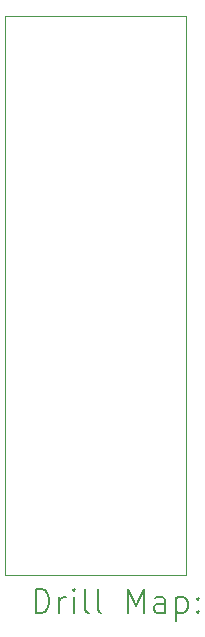
<source format=gbr>
%TF.GenerationSoftware,KiCad,Pcbnew,7.0.11-7.0.11~ubuntu22.04.1*%
%TF.CreationDate,2024-03-10T10:15:33+03:00*%
%TF.ProjectId,MDExt,4d444578-742e-46b6-9963-61645f706362,rev?*%
%TF.SameCoordinates,Original*%
%TF.FileFunction,Drillmap*%
%TF.FilePolarity,Positive*%
%FSLAX45Y45*%
G04 Gerber Fmt 4.5, Leading zero omitted, Abs format (unit mm)*
G04 Created by KiCad (PCBNEW 7.0.11-7.0.11~ubuntu22.04.1) date 2024-03-10 10:15:33*
%MOMM*%
%LPD*%
G01*
G04 APERTURE LIST*
%ADD10C,0.100000*%
%ADD11C,0.200000*%
G04 APERTURE END LIST*
D10*
X4185400Y-3929000D02*
X5715700Y-3929000D01*
X5715700Y-8668000D01*
X4185400Y-8668000D01*
X4185400Y-3929000D01*
D11*
X4441177Y-8984484D02*
X4441177Y-8784484D01*
X4441177Y-8784484D02*
X4488796Y-8784484D01*
X4488796Y-8784484D02*
X4517367Y-8794008D01*
X4517367Y-8794008D02*
X4536415Y-8813055D01*
X4536415Y-8813055D02*
X4545939Y-8832103D01*
X4545939Y-8832103D02*
X4555463Y-8870198D01*
X4555463Y-8870198D02*
X4555463Y-8898770D01*
X4555463Y-8898770D02*
X4545939Y-8936865D01*
X4545939Y-8936865D02*
X4536415Y-8955912D01*
X4536415Y-8955912D02*
X4517367Y-8974960D01*
X4517367Y-8974960D02*
X4488796Y-8984484D01*
X4488796Y-8984484D02*
X4441177Y-8984484D01*
X4641177Y-8984484D02*
X4641177Y-8851150D01*
X4641177Y-8889246D02*
X4650701Y-8870198D01*
X4650701Y-8870198D02*
X4660224Y-8860674D01*
X4660224Y-8860674D02*
X4679272Y-8851150D01*
X4679272Y-8851150D02*
X4698320Y-8851150D01*
X4764986Y-8984484D02*
X4764986Y-8851150D01*
X4764986Y-8784484D02*
X4755463Y-8794008D01*
X4755463Y-8794008D02*
X4764986Y-8803531D01*
X4764986Y-8803531D02*
X4774510Y-8794008D01*
X4774510Y-8794008D02*
X4764986Y-8784484D01*
X4764986Y-8784484D02*
X4764986Y-8803531D01*
X4888796Y-8984484D02*
X4869748Y-8974960D01*
X4869748Y-8974960D02*
X4860224Y-8955912D01*
X4860224Y-8955912D02*
X4860224Y-8784484D01*
X4993558Y-8984484D02*
X4974510Y-8974960D01*
X4974510Y-8974960D02*
X4964986Y-8955912D01*
X4964986Y-8955912D02*
X4964986Y-8784484D01*
X5222129Y-8984484D02*
X5222129Y-8784484D01*
X5222129Y-8784484D02*
X5288796Y-8927341D01*
X5288796Y-8927341D02*
X5355463Y-8784484D01*
X5355463Y-8784484D02*
X5355463Y-8984484D01*
X5536415Y-8984484D02*
X5536415Y-8879722D01*
X5536415Y-8879722D02*
X5526891Y-8860674D01*
X5526891Y-8860674D02*
X5507844Y-8851150D01*
X5507844Y-8851150D02*
X5469748Y-8851150D01*
X5469748Y-8851150D02*
X5450701Y-8860674D01*
X5536415Y-8974960D02*
X5517367Y-8984484D01*
X5517367Y-8984484D02*
X5469748Y-8984484D01*
X5469748Y-8984484D02*
X5450701Y-8974960D01*
X5450701Y-8974960D02*
X5441177Y-8955912D01*
X5441177Y-8955912D02*
X5441177Y-8936865D01*
X5441177Y-8936865D02*
X5450701Y-8917817D01*
X5450701Y-8917817D02*
X5469748Y-8908293D01*
X5469748Y-8908293D02*
X5517367Y-8908293D01*
X5517367Y-8908293D02*
X5536415Y-8898770D01*
X5631653Y-8851150D02*
X5631653Y-9051150D01*
X5631653Y-8860674D02*
X5650701Y-8851150D01*
X5650701Y-8851150D02*
X5688796Y-8851150D01*
X5688796Y-8851150D02*
X5707843Y-8860674D01*
X5707843Y-8860674D02*
X5717367Y-8870198D01*
X5717367Y-8870198D02*
X5726891Y-8889246D01*
X5726891Y-8889246D02*
X5726891Y-8946389D01*
X5726891Y-8946389D02*
X5717367Y-8965436D01*
X5717367Y-8965436D02*
X5707843Y-8974960D01*
X5707843Y-8974960D02*
X5688796Y-8984484D01*
X5688796Y-8984484D02*
X5650701Y-8984484D01*
X5650701Y-8984484D02*
X5631653Y-8974960D01*
X5812605Y-8965436D02*
X5822129Y-8974960D01*
X5822129Y-8974960D02*
X5812605Y-8984484D01*
X5812605Y-8984484D02*
X5803082Y-8974960D01*
X5803082Y-8974960D02*
X5812605Y-8965436D01*
X5812605Y-8965436D02*
X5812605Y-8984484D01*
X5812605Y-8860674D02*
X5822129Y-8870198D01*
X5822129Y-8870198D02*
X5812605Y-8879722D01*
X5812605Y-8879722D02*
X5803082Y-8870198D01*
X5803082Y-8870198D02*
X5812605Y-8860674D01*
X5812605Y-8860674D02*
X5812605Y-8879722D01*
M02*

</source>
